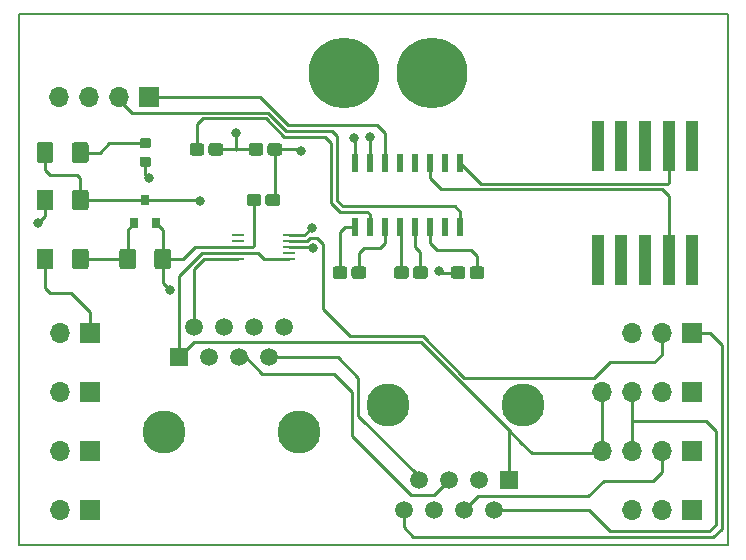
<source format=gbr>
G04 #@! TF.GenerationSoftware,KiCad,Pcbnew,(5.0.0)*
G04 #@! TF.CreationDate,2019-04-11T14:41:24-07:00*
G04 #@! TF.ProjectId,USP-Board,5553502D426F6172642E6B696361645F,rev?*
G04 #@! TF.SameCoordinates,Original*
G04 #@! TF.FileFunction,Copper,L1,Top,Signal*
G04 #@! TF.FilePolarity,Positive*
%FSLAX46Y46*%
G04 Gerber Fmt 4.6, Leading zero omitted, Abs format (unit mm)*
G04 Created by KiCad (PCBNEW (5.0.0)) date 04/11/19 14:41:24*
%MOMM*%
%LPD*%
G01*
G04 APERTURE LIST*
G04 #@! TA.AperFunction,NonConductor*
%ADD10C,0.200000*%
G04 #@! TD*
G04 #@! TA.AperFunction,WasherPad*
%ADD11C,3.650000*%
G04 #@! TD*
G04 #@! TA.AperFunction,ComponentPad*
%ADD12R,1.500000X1.500000*%
G04 #@! TD*
G04 #@! TA.AperFunction,ComponentPad*
%ADD13C,1.500000*%
G04 #@! TD*
G04 #@! TA.AperFunction,Conductor*
%ADD14C,0.150000*%
G04 #@! TD*
G04 #@! TA.AperFunction,SMDPad,CuDef*
%ADD15C,1.050000*%
G04 #@! TD*
G04 #@! TA.AperFunction,SMDPad,CuDef*
%ADD16C,0.875000*%
G04 #@! TD*
G04 #@! TA.AperFunction,ComponentPad*
%ADD17O,1.700000X1.700000*%
G04 #@! TD*
G04 #@! TA.AperFunction,ComponentPad*
%ADD18R,1.700000X1.700000*%
G04 #@! TD*
G04 #@! TA.AperFunction,SMDPad,CuDef*
%ADD19R,1.100000X4.200000*%
G04 #@! TD*
G04 #@! TA.AperFunction,SMDPad,CuDef*
%ADD20R,0.800000X0.900000*%
G04 #@! TD*
G04 #@! TA.AperFunction,SMDPad,CuDef*
%ADD21C,1.425000*%
G04 #@! TD*
G04 #@! TA.AperFunction,SMDPad,CuDef*
%ADD22R,1.100000X0.250000*%
G04 #@! TD*
G04 #@! TA.AperFunction,SMDPad,CuDef*
%ADD23R,0.600000X1.500000*%
G04 #@! TD*
G04 #@! TA.AperFunction,ComponentPad*
%ADD24C,6.000000*%
G04 #@! TD*
G04 #@! TA.AperFunction,ViaPad*
%ADD25C,0.800000*%
G04 #@! TD*
G04 #@! TA.AperFunction,Conductor*
%ADD26C,0.250000*%
G04 #@! TD*
G04 APERTURE END LIST*
D10*
X130000000Y-135000000D02*
X130000000Y-90000000D01*
X190000000Y-135000000D02*
X130000000Y-135000000D01*
X190000000Y-90000000D02*
X190000000Y-135000000D01*
X130000000Y-90000000D02*
X190000000Y-90000000D01*
D11*
G04 #@! TO.P,J10,*
G04 #@! TO.N,*
X153715000Y-125435001D03*
X142285000Y-125435001D03*
D12*
G04 #@! TO.P,J10,1*
G04 #@! TO.N,I2C_SDA*
X143550000Y-119085001D03*
D13*
G04 #@! TO.P,J10,2*
G04 #@! TO.N,I2C_SCL*
X144820000Y-116545001D03*
G04 #@! TO.P,J10,3*
G04 #@! TO.N,GND*
X146090000Y-119085001D03*
G04 #@! TO.P,J10,4*
G04 #@! TO.N,+3V3*
X147360000Y-116545001D03*
G04 #@! TO.P,J10,5*
G04 #@! TO.N,EXT_Temp_0*
X148630000Y-119085001D03*
G04 #@! TO.P,J10,6*
G04 #@! TO.N,EXT_Temp_1*
X149900000Y-116545001D03*
G04 #@! TO.P,J10,7*
G04 #@! TO.N,EXT_PWM_LED*
X151170000Y-119085001D03*
G04 #@! TO.P,J10,8*
G04 #@! TO.N,+5V*
X152440000Y-116545001D03*
G04 #@! TD*
G04 #@! TO.P,J11,8*
G04 #@! TO.N,+5V*
X162560000Y-132035001D03*
G04 #@! TO.P,J11,7*
G04 #@! TO.N,EXT_PWM_LED*
X163830000Y-129495001D03*
G04 #@! TO.P,J11,6*
G04 #@! TO.N,EXT_Temp_1*
X165100000Y-132035001D03*
G04 #@! TO.P,J11,5*
G04 #@! TO.N,EXT_Temp_0*
X166370000Y-129495001D03*
G04 #@! TO.P,J11,4*
G04 #@! TO.N,+3V3*
X167640000Y-132035001D03*
G04 #@! TO.P,J11,3*
G04 #@! TO.N,GND*
X168910000Y-129495001D03*
G04 #@! TO.P,J11,2*
G04 #@! TO.N,I2C_SCL*
X170180000Y-132035001D03*
D12*
G04 #@! TO.P,J11,1*
G04 #@! TO.N,I2C_SDA*
X171450000Y-129495001D03*
D11*
G04 #@! TO.P,J11,*
G04 #@! TO.N,*
X172715000Y-123145001D03*
X161285000Y-123145001D03*
G04 #@! TD*
D14*
G04 #@! TO.N,+5V*
G04 #@! TO.C,C1*
G36*
X150294148Y-105212963D02*
X150318416Y-105216563D01*
X150342215Y-105222524D01*
X150365314Y-105230789D01*
X150387493Y-105241279D01*
X150408536Y-105253891D01*
X150428242Y-105268506D01*
X150446420Y-105284982D01*
X150462896Y-105303160D01*
X150477511Y-105322866D01*
X150490123Y-105343909D01*
X150500613Y-105366088D01*
X150508878Y-105389187D01*
X150514839Y-105412986D01*
X150518439Y-105437254D01*
X150519643Y-105461758D01*
X150519643Y-106011760D01*
X150518439Y-106036264D01*
X150514839Y-106060532D01*
X150508878Y-106084331D01*
X150500613Y-106107430D01*
X150490123Y-106129609D01*
X150477511Y-106150652D01*
X150462896Y-106170358D01*
X150446420Y-106188536D01*
X150428242Y-106205012D01*
X150408536Y-106219627D01*
X150387493Y-106232239D01*
X150365314Y-106242729D01*
X150342215Y-106250994D01*
X150318416Y-106256955D01*
X150294148Y-106260555D01*
X150269644Y-106261759D01*
X149519642Y-106261759D01*
X149495138Y-106260555D01*
X149470870Y-106256955D01*
X149447071Y-106250994D01*
X149423972Y-106242729D01*
X149401793Y-106232239D01*
X149380750Y-106219627D01*
X149361044Y-106205012D01*
X149342866Y-106188536D01*
X149326390Y-106170358D01*
X149311775Y-106150652D01*
X149299163Y-106129609D01*
X149288673Y-106107430D01*
X149280408Y-106084331D01*
X149274447Y-106060532D01*
X149270847Y-106036264D01*
X149269643Y-106011760D01*
X149269643Y-105461758D01*
X149270847Y-105437254D01*
X149274447Y-105412986D01*
X149280408Y-105389187D01*
X149288673Y-105366088D01*
X149299163Y-105343909D01*
X149311775Y-105322866D01*
X149326390Y-105303160D01*
X149342866Y-105284982D01*
X149361044Y-105268506D01*
X149380750Y-105253891D01*
X149401793Y-105241279D01*
X149423972Y-105230789D01*
X149447071Y-105222524D01*
X149470870Y-105216563D01*
X149495138Y-105212963D01*
X149519642Y-105211759D01*
X150269644Y-105211759D01*
X150294148Y-105212963D01*
X150294148Y-105212963D01*
G37*
D15*
G04 #@! TD*
G04 #@! TO.P,C1,2*
G04 #@! TO.N,+5V*
X149894643Y-105736759D03*
D14*
G04 #@! TO.N,GND*
G04 #@! TO.C,C1*
G36*
X151894148Y-105212963D02*
X151918416Y-105216563D01*
X151942215Y-105222524D01*
X151965314Y-105230789D01*
X151987493Y-105241279D01*
X152008536Y-105253891D01*
X152028242Y-105268506D01*
X152046420Y-105284982D01*
X152062896Y-105303160D01*
X152077511Y-105322866D01*
X152090123Y-105343909D01*
X152100613Y-105366088D01*
X152108878Y-105389187D01*
X152114839Y-105412986D01*
X152118439Y-105437254D01*
X152119643Y-105461758D01*
X152119643Y-106011760D01*
X152118439Y-106036264D01*
X152114839Y-106060532D01*
X152108878Y-106084331D01*
X152100613Y-106107430D01*
X152090123Y-106129609D01*
X152077511Y-106150652D01*
X152062896Y-106170358D01*
X152046420Y-106188536D01*
X152028242Y-106205012D01*
X152008536Y-106219627D01*
X151987493Y-106232239D01*
X151965314Y-106242729D01*
X151942215Y-106250994D01*
X151918416Y-106256955D01*
X151894148Y-106260555D01*
X151869644Y-106261759D01*
X151119642Y-106261759D01*
X151095138Y-106260555D01*
X151070870Y-106256955D01*
X151047071Y-106250994D01*
X151023972Y-106242729D01*
X151001793Y-106232239D01*
X150980750Y-106219627D01*
X150961044Y-106205012D01*
X150942866Y-106188536D01*
X150926390Y-106170358D01*
X150911775Y-106150652D01*
X150899163Y-106129609D01*
X150888673Y-106107430D01*
X150880408Y-106084331D01*
X150874447Y-106060532D01*
X150870847Y-106036264D01*
X150869643Y-106011760D01*
X150869643Y-105461758D01*
X150870847Y-105437254D01*
X150874447Y-105412986D01*
X150880408Y-105389187D01*
X150888673Y-105366088D01*
X150899163Y-105343909D01*
X150911775Y-105322866D01*
X150926390Y-105303160D01*
X150942866Y-105284982D01*
X150961044Y-105268506D01*
X150980750Y-105253891D01*
X151001793Y-105241279D01*
X151023972Y-105230789D01*
X151047071Y-105222524D01*
X151070870Y-105216563D01*
X151095138Y-105212963D01*
X151119642Y-105211759D01*
X151869644Y-105211759D01*
X151894148Y-105212963D01*
X151894148Y-105212963D01*
G37*
D15*
G04 #@! TD*
G04 #@! TO.P,C1,1*
G04 #@! TO.N,GND*
X151494643Y-105736759D03*
D14*
G04 #@! TO.N,Net-(C2-Pad1)*
G04 #@! TO.C,C2*
G36*
X157576951Y-111367202D02*
X157601219Y-111370802D01*
X157625018Y-111376763D01*
X157648117Y-111385028D01*
X157670296Y-111395518D01*
X157691339Y-111408130D01*
X157711045Y-111422745D01*
X157729223Y-111439221D01*
X157745699Y-111457399D01*
X157760314Y-111477105D01*
X157772926Y-111498148D01*
X157783416Y-111520327D01*
X157791681Y-111543426D01*
X157797642Y-111567225D01*
X157801242Y-111591493D01*
X157802446Y-111615997D01*
X157802446Y-112165999D01*
X157801242Y-112190503D01*
X157797642Y-112214771D01*
X157791681Y-112238570D01*
X157783416Y-112261669D01*
X157772926Y-112283848D01*
X157760314Y-112304891D01*
X157745699Y-112324597D01*
X157729223Y-112342775D01*
X157711045Y-112359251D01*
X157691339Y-112373866D01*
X157670296Y-112386478D01*
X157648117Y-112396968D01*
X157625018Y-112405233D01*
X157601219Y-112411194D01*
X157576951Y-112414794D01*
X157552447Y-112415998D01*
X156802445Y-112415998D01*
X156777941Y-112414794D01*
X156753673Y-112411194D01*
X156729874Y-112405233D01*
X156706775Y-112396968D01*
X156684596Y-112386478D01*
X156663553Y-112373866D01*
X156643847Y-112359251D01*
X156625669Y-112342775D01*
X156609193Y-112324597D01*
X156594578Y-112304891D01*
X156581966Y-112283848D01*
X156571476Y-112261669D01*
X156563211Y-112238570D01*
X156557250Y-112214771D01*
X156553650Y-112190503D01*
X156552446Y-112165999D01*
X156552446Y-111615997D01*
X156553650Y-111591493D01*
X156557250Y-111567225D01*
X156563211Y-111543426D01*
X156571476Y-111520327D01*
X156581966Y-111498148D01*
X156594578Y-111477105D01*
X156609193Y-111457399D01*
X156625669Y-111439221D01*
X156643847Y-111422745D01*
X156663553Y-111408130D01*
X156684596Y-111395518D01*
X156706775Y-111385028D01*
X156729874Y-111376763D01*
X156753673Y-111370802D01*
X156777941Y-111367202D01*
X156802445Y-111365998D01*
X157552447Y-111365998D01*
X157576951Y-111367202D01*
X157576951Y-111367202D01*
G37*
D15*
G04 #@! TD*
G04 #@! TO.P,C2,1*
G04 #@! TO.N,Net-(C2-Pad1)*
X157177446Y-111890998D03*
D14*
G04 #@! TO.N,Net-(C2-Pad2)*
G04 #@! TO.C,C2*
G36*
X159176951Y-111367202D02*
X159201219Y-111370802D01*
X159225018Y-111376763D01*
X159248117Y-111385028D01*
X159270296Y-111395518D01*
X159291339Y-111408130D01*
X159311045Y-111422745D01*
X159329223Y-111439221D01*
X159345699Y-111457399D01*
X159360314Y-111477105D01*
X159372926Y-111498148D01*
X159383416Y-111520327D01*
X159391681Y-111543426D01*
X159397642Y-111567225D01*
X159401242Y-111591493D01*
X159402446Y-111615997D01*
X159402446Y-112165999D01*
X159401242Y-112190503D01*
X159397642Y-112214771D01*
X159391681Y-112238570D01*
X159383416Y-112261669D01*
X159372926Y-112283848D01*
X159360314Y-112304891D01*
X159345699Y-112324597D01*
X159329223Y-112342775D01*
X159311045Y-112359251D01*
X159291339Y-112373866D01*
X159270296Y-112386478D01*
X159248117Y-112396968D01*
X159225018Y-112405233D01*
X159201219Y-112411194D01*
X159176951Y-112414794D01*
X159152447Y-112415998D01*
X158402445Y-112415998D01*
X158377941Y-112414794D01*
X158353673Y-112411194D01*
X158329874Y-112405233D01*
X158306775Y-112396968D01*
X158284596Y-112386478D01*
X158263553Y-112373866D01*
X158243847Y-112359251D01*
X158225669Y-112342775D01*
X158209193Y-112324597D01*
X158194578Y-112304891D01*
X158181966Y-112283848D01*
X158171476Y-112261669D01*
X158163211Y-112238570D01*
X158157250Y-112214771D01*
X158153650Y-112190503D01*
X158152446Y-112165999D01*
X158152446Y-111615997D01*
X158153650Y-111591493D01*
X158157250Y-111567225D01*
X158163211Y-111543426D01*
X158171476Y-111520327D01*
X158181966Y-111498148D01*
X158194578Y-111477105D01*
X158209193Y-111457399D01*
X158225669Y-111439221D01*
X158243847Y-111422745D01*
X158263553Y-111408130D01*
X158284596Y-111395518D01*
X158306775Y-111385028D01*
X158329874Y-111376763D01*
X158353673Y-111370802D01*
X158377941Y-111367202D01*
X158402445Y-111365998D01*
X159152447Y-111365998D01*
X159176951Y-111367202D01*
X159176951Y-111367202D01*
G37*
D15*
G04 #@! TD*
G04 #@! TO.P,C2,2*
G04 #@! TO.N,Net-(C2-Pad2)*
X158777446Y-111890998D03*
D14*
G04 #@! TO.N,Net-(C3-Pad1)*
G04 #@! TO.C,C3*
G36*
X150465343Y-100942267D02*
X150489611Y-100945867D01*
X150513410Y-100951828D01*
X150536509Y-100960093D01*
X150558688Y-100970583D01*
X150579731Y-100983195D01*
X150599437Y-100997810D01*
X150617615Y-101014286D01*
X150634091Y-101032464D01*
X150648706Y-101052170D01*
X150661318Y-101073213D01*
X150671808Y-101095392D01*
X150680073Y-101118491D01*
X150686034Y-101142290D01*
X150689634Y-101166558D01*
X150690838Y-101191062D01*
X150690838Y-101741064D01*
X150689634Y-101765568D01*
X150686034Y-101789836D01*
X150680073Y-101813635D01*
X150671808Y-101836734D01*
X150661318Y-101858913D01*
X150648706Y-101879956D01*
X150634091Y-101899662D01*
X150617615Y-101917840D01*
X150599437Y-101934316D01*
X150579731Y-101948931D01*
X150558688Y-101961543D01*
X150536509Y-101972033D01*
X150513410Y-101980298D01*
X150489611Y-101986259D01*
X150465343Y-101989859D01*
X150440839Y-101991063D01*
X149690837Y-101991063D01*
X149666333Y-101989859D01*
X149642065Y-101986259D01*
X149618266Y-101980298D01*
X149595167Y-101972033D01*
X149572988Y-101961543D01*
X149551945Y-101948931D01*
X149532239Y-101934316D01*
X149514061Y-101917840D01*
X149497585Y-101899662D01*
X149482970Y-101879956D01*
X149470358Y-101858913D01*
X149459868Y-101836734D01*
X149451603Y-101813635D01*
X149445642Y-101789836D01*
X149442042Y-101765568D01*
X149440838Y-101741064D01*
X149440838Y-101191062D01*
X149442042Y-101166558D01*
X149445642Y-101142290D01*
X149451603Y-101118491D01*
X149459868Y-101095392D01*
X149470358Y-101073213D01*
X149482970Y-101052170D01*
X149497585Y-101032464D01*
X149514061Y-101014286D01*
X149532239Y-100997810D01*
X149551945Y-100983195D01*
X149572988Y-100970583D01*
X149595167Y-100960093D01*
X149618266Y-100951828D01*
X149642065Y-100945867D01*
X149666333Y-100942267D01*
X149690837Y-100941063D01*
X150440839Y-100941063D01*
X150465343Y-100942267D01*
X150465343Y-100942267D01*
G37*
D15*
G04 #@! TD*
G04 #@! TO.P,C3,1*
G04 #@! TO.N,Net-(C3-Pad1)*
X150065838Y-101466063D03*
D14*
G04 #@! TO.N,GND*
G04 #@! TO.C,C3*
G36*
X152065343Y-100942267D02*
X152089611Y-100945867D01*
X152113410Y-100951828D01*
X152136509Y-100960093D01*
X152158688Y-100970583D01*
X152179731Y-100983195D01*
X152199437Y-100997810D01*
X152217615Y-101014286D01*
X152234091Y-101032464D01*
X152248706Y-101052170D01*
X152261318Y-101073213D01*
X152271808Y-101095392D01*
X152280073Y-101118491D01*
X152286034Y-101142290D01*
X152289634Y-101166558D01*
X152290838Y-101191062D01*
X152290838Y-101741064D01*
X152289634Y-101765568D01*
X152286034Y-101789836D01*
X152280073Y-101813635D01*
X152271808Y-101836734D01*
X152261318Y-101858913D01*
X152248706Y-101879956D01*
X152234091Y-101899662D01*
X152217615Y-101917840D01*
X152199437Y-101934316D01*
X152179731Y-101948931D01*
X152158688Y-101961543D01*
X152136509Y-101972033D01*
X152113410Y-101980298D01*
X152089611Y-101986259D01*
X152065343Y-101989859D01*
X152040839Y-101991063D01*
X151290837Y-101991063D01*
X151266333Y-101989859D01*
X151242065Y-101986259D01*
X151218266Y-101980298D01*
X151195167Y-101972033D01*
X151172988Y-101961543D01*
X151151945Y-101948931D01*
X151132239Y-101934316D01*
X151114061Y-101917840D01*
X151097585Y-101899662D01*
X151082970Y-101879956D01*
X151070358Y-101858913D01*
X151059868Y-101836734D01*
X151051603Y-101813635D01*
X151045642Y-101789836D01*
X151042042Y-101765568D01*
X151040838Y-101741064D01*
X151040838Y-101191062D01*
X151042042Y-101166558D01*
X151045642Y-101142290D01*
X151051603Y-101118491D01*
X151059868Y-101095392D01*
X151070358Y-101073213D01*
X151082970Y-101052170D01*
X151097585Y-101032464D01*
X151114061Y-101014286D01*
X151132239Y-100997810D01*
X151151945Y-100983195D01*
X151172988Y-100970583D01*
X151195167Y-100960093D01*
X151218266Y-100951828D01*
X151242065Y-100945867D01*
X151266333Y-100942267D01*
X151290837Y-100941063D01*
X152040839Y-100941063D01*
X152065343Y-100942267D01*
X152065343Y-100942267D01*
G37*
D15*
G04 #@! TD*
G04 #@! TO.P,C3,2*
G04 #@! TO.N,GND*
X151665838Y-101466063D03*
D14*
G04 #@! TO.N,Net-(C3-Pad1)*
G04 #@! TO.C,C4*
G36*
X147065343Y-100942267D02*
X147089611Y-100945867D01*
X147113410Y-100951828D01*
X147136509Y-100960093D01*
X147158688Y-100970583D01*
X147179731Y-100983195D01*
X147199437Y-100997810D01*
X147217615Y-101014286D01*
X147234091Y-101032464D01*
X147248706Y-101052170D01*
X147261318Y-101073213D01*
X147271808Y-101095392D01*
X147280073Y-101118491D01*
X147286034Y-101142290D01*
X147289634Y-101166558D01*
X147290838Y-101191062D01*
X147290838Y-101741064D01*
X147289634Y-101765568D01*
X147286034Y-101789836D01*
X147280073Y-101813635D01*
X147271808Y-101836734D01*
X147261318Y-101858913D01*
X147248706Y-101879956D01*
X147234091Y-101899662D01*
X147217615Y-101917840D01*
X147199437Y-101934316D01*
X147179731Y-101948931D01*
X147158688Y-101961543D01*
X147136509Y-101972033D01*
X147113410Y-101980298D01*
X147089611Y-101986259D01*
X147065343Y-101989859D01*
X147040839Y-101991063D01*
X146290837Y-101991063D01*
X146266333Y-101989859D01*
X146242065Y-101986259D01*
X146218266Y-101980298D01*
X146195167Y-101972033D01*
X146172988Y-101961543D01*
X146151945Y-101948931D01*
X146132239Y-101934316D01*
X146114061Y-101917840D01*
X146097585Y-101899662D01*
X146082970Y-101879956D01*
X146070358Y-101858913D01*
X146059868Y-101836734D01*
X146051603Y-101813635D01*
X146045642Y-101789836D01*
X146042042Y-101765568D01*
X146040838Y-101741064D01*
X146040838Y-101191062D01*
X146042042Y-101166558D01*
X146045642Y-101142290D01*
X146051603Y-101118491D01*
X146059868Y-101095392D01*
X146070358Y-101073213D01*
X146082970Y-101052170D01*
X146097585Y-101032464D01*
X146114061Y-101014286D01*
X146132239Y-100997810D01*
X146151945Y-100983195D01*
X146172988Y-100970583D01*
X146195167Y-100960093D01*
X146218266Y-100951828D01*
X146242065Y-100945867D01*
X146266333Y-100942267D01*
X146290837Y-100941063D01*
X147040839Y-100941063D01*
X147065343Y-100942267D01*
X147065343Y-100942267D01*
G37*
D15*
G04 #@! TD*
G04 #@! TO.P,C4,2*
G04 #@! TO.N,Net-(C3-Pad1)*
X146665838Y-101466063D03*
D14*
G04 #@! TO.N,Net-(C4-Pad1)*
G04 #@! TO.C,C4*
G36*
X145465343Y-100942267D02*
X145489611Y-100945867D01*
X145513410Y-100951828D01*
X145536509Y-100960093D01*
X145558688Y-100970583D01*
X145579731Y-100983195D01*
X145599437Y-100997810D01*
X145617615Y-101014286D01*
X145634091Y-101032464D01*
X145648706Y-101052170D01*
X145661318Y-101073213D01*
X145671808Y-101095392D01*
X145680073Y-101118491D01*
X145686034Y-101142290D01*
X145689634Y-101166558D01*
X145690838Y-101191062D01*
X145690838Y-101741064D01*
X145689634Y-101765568D01*
X145686034Y-101789836D01*
X145680073Y-101813635D01*
X145671808Y-101836734D01*
X145661318Y-101858913D01*
X145648706Y-101879956D01*
X145634091Y-101899662D01*
X145617615Y-101917840D01*
X145599437Y-101934316D01*
X145579731Y-101948931D01*
X145558688Y-101961543D01*
X145536509Y-101972033D01*
X145513410Y-101980298D01*
X145489611Y-101986259D01*
X145465343Y-101989859D01*
X145440839Y-101991063D01*
X144690837Y-101991063D01*
X144666333Y-101989859D01*
X144642065Y-101986259D01*
X144618266Y-101980298D01*
X144595167Y-101972033D01*
X144572988Y-101961543D01*
X144551945Y-101948931D01*
X144532239Y-101934316D01*
X144514061Y-101917840D01*
X144497585Y-101899662D01*
X144482970Y-101879956D01*
X144470358Y-101858913D01*
X144459868Y-101836734D01*
X144451603Y-101813635D01*
X144445642Y-101789836D01*
X144442042Y-101765568D01*
X144440838Y-101741064D01*
X144440838Y-101191062D01*
X144442042Y-101166558D01*
X144445642Y-101142290D01*
X144451603Y-101118491D01*
X144459868Y-101095392D01*
X144470358Y-101073213D01*
X144482970Y-101052170D01*
X144497585Y-101032464D01*
X144514061Y-101014286D01*
X144532239Y-100997810D01*
X144551945Y-100983195D01*
X144572988Y-100970583D01*
X144595167Y-100960093D01*
X144618266Y-100951828D01*
X144642065Y-100945867D01*
X144666333Y-100942267D01*
X144690837Y-100941063D01*
X145440839Y-100941063D01*
X145465343Y-100942267D01*
X145465343Y-100942267D01*
G37*
D15*
G04 #@! TD*
G04 #@! TO.P,C4,1*
G04 #@! TO.N,Net-(C4-Pad1)*
X145065838Y-101466063D03*
D14*
G04 #@! TO.N,Net-(C5-Pad1)*
G04 #@! TO.C,C5*
G36*
X162776951Y-111367202D02*
X162801219Y-111370802D01*
X162825018Y-111376763D01*
X162848117Y-111385028D01*
X162870296Y-111395518D01*
X162891339Y-111408130D01*
X162911045Y-111422745D01*
X162929223Y-111439221D01*
X162945699Y-111457399D01*
X162960314Y-111477105D01*
X162972926Y-111498148D01*
X162983416Y-111520327D01*
X162991681Y-111543426D01*
X162997642Y-111567225D01*
X163001242Y-111591493D01*
X163002446Y-111615997D01*
X163002446Y-112165999D01*
X163001242Y-112190503D01*
X162997642Y-112214771D01*
X162991681Y-112238570D01*
X162983416Y-112261669D01*
X162972926Y-112283848D01*
X162960314Y-112304891D01*
X162945699Y-112324597D01*
X162929223Y-112342775D01*
X162911045Y-112359251D01*
X162891339Y-112373866D01*
X162870296Y-112386478D01*
X162848117Y-112396968D01*
X162825018Y-112405233D01*
X162801219Y-112411194D01*
X162776951Y-112414794D01*
X162752447Y-112415998D01*
X162002445Y-112415998D01*
X161977941Y-112414794D01*
X161953673Y-112411194D01*
X161929874Y-112405233D01*
X161906775Y-112396968D01*
X161884596Y-112386478D01*
X161863553Y-112373866D01*
X161843847Y-112359251D01*
X161825669Y-112342775D01*
X161809193Y-112324597D01*
X161794578Y-112304891D01*
X161781966Y-112283848D01*
X161771476Y-112261669D01*
X161763211Y-112238570D01*
X161757250Y-112214771D01*
X161753650Y-112190503D01*
X161752446Y-112165999D01*
X161752446Y-111615997D01*
X161753650Y-111591493D01*
X161757250Y-111567225D01*
X161763211Y-111543426D01*
X161771476Y-111520327D01*
X161781966Y-111498148D01*
X161794578Y-111477105D01*
X161809193Y-111457399D01*
X161825669Y-111439221D01*
X161843847Y-111422745D01*
X161863553Y-111408130D01*
X161884596Y-111395518D01*
X161906775Y-111385028D01*
X161929874Y-111376763D01*
X161953673Y-111370802D01*
X161977941Y-111367202D01*
X162002445Y-111365998D01*
X162752447Y-111365998D01*
X162776951Y-111367202D01*
X162776951Y-111367202D01*
G37*
D15*
G04 #@! TD*
G04 #@! TO.P,C5,1*
G04 #@! TO.N,Net-(C5-Pad1)*
X162377446Y-111890998D03*
D14*
G04 #@! TO.N,Net-(C5-Pad2)*
G04 #@! TO.C,C5*
G36*
X164376951Y-111367202D02*
X164401219Y-111370802D01*
X164425018Y-111376763D01*
X164448117Y-111385028D01*
X164470296Y-111395518D01*
X164491339Y-111408130D01*
X164511045Y-111422745D01*
X164529223Y-111439221D01*
X164545699Y-111457399D01*
X164560314Y-111477105D01*
X164572926Y-111498148D01*
X164583416Y-111520327D01*
X164591681Y-111543426D01*
X164597642Y-111567225D01*
X164601242Y-111591493D01*
X164602446Y-111615997D01*
X164602446Y-112165999D01*
X164601242Y-112190503D01*
X164597642Y-112214771D01*
X164591681Y-112238570D01*
X164583416Y-112261669D01*
X164572926Y-112283848D01*
X164560314Y-112304891D01*
X164545699Y-112324597D01*
X164529223Y-112342775D01*
X164511045Y-112359251D01*
X164491339Y-112373866D01*
X164470296Y-112386478D01*
X164448117Y-112396968D01*
X164425018Y-112405233D01*
X164401219Y-112411194D01*
X164376951Y-112414794D01*
X164352447Y-112415998D01*
X163602445Y-112415998D01*
X163577941Y-112414794D01*
X163553673Y-112411194D01*
X163529874Y-112405233D01*
X163506775Y-112396968D01*
X163484596Y-112386478D01*
X163463553Y-112373866D01*
X163443847Y-112359251D01*
X163425669Y-112342775D01*
X163409193Y-112324597D01*
X163394578Y-112304891D01*
X163381966Y-112283848D01*
X163371476Y-112261669D01*
X163363211Y-112238570D01*
X163357250Y-112214771D01*
X163353650Y-112190503D01*
X163352446Y-112165999D01*
X163352446Y-111615997D01*
X163353650Y-111591493D01*
X163357250Y-111567225D01*
X163363211Y-111543426D01*
X163371476Y-111520327D01*
X163381966Y-111498148D01*
X163394578Y-111477105D01*
X163409193Y-111457399D01*
X163425669Y-111439221D01*
X163443847Y-111422745D01*
X163463553Y-111408130D01*
X163484596Y-111395518D01*
X163506775Y-111385028D01*
X163529874Y-111376763D01*
X163553673Y-111370802D01*
X163577941Y-111367202D01*
X163602445Y-111365998D01*
X164352447Y-111365998D01*
X164376951Y-111367202D01*
X164376951Y-111367202D01*
G37*
D15*
G04 #@! TD*
G04 #@! TO.P,C5,2*
G04 #@! TO.N,Net-(C5-Pad2)*
X163977446Y-111890998D03*
D14*
G04 #@! TO.N,Net-(C6-Pad2)*
G04 #@! TO.C,C6*
G36*
X169176951Y-111367202D02*
X169201219Y-111370802D01*
X169225018Y-111376763D01*
X169248117Y-111385028D01*
X169270296Y-111395518D01*
X169291339Y-111408130D01*
X169311045Y-111422745D01*
X169329223Y-111439221D01*
X169345699Y-111457399D01*
X169360314Y-111477105D01*
X169372926Y-111498148D01*
X169383416Y-111520327D01*
X169391681Y-111543426D01*
X169397642Y-111567225D01*
X169401242Y-111591493D01*
X169402446Y-111615997D01*
X169402446Y-112165999D01*
X169401242Y-112190503D01*
X169397642Y-112214771D01*
X169391681Y-112238570D01*
X169383416Y-112261669D01*
X169372926Y-112283848D01*
X169360314Y-112304891D01*
X169345699Y-112324597D01*
X169329223Y-112342775D01*
X169311045Y-112359251D01*
X169291339Y-112373866D01*
X169270296Y-112386478D01*
X169248117Y-112396968D01*
X169225018Y-112405233D01*
X169201219Y-112411194D01*
X169176951Y-112414794D01*
X169152447Y-112415998D01*
X168402445Y-112415998D01*
X168377941Y-112414794D01*
X168353673Y-112411194D01*
X168329874Y-112405233D01*
X168306775Y-112396968D01*
X168284596Y-112386478D01*
X168263553Y-112373866D01*
X168243847Y-112359251D01*
X168225669Y-112342775D01*
X168209193Y-112324597D01*
X168194578Y-112304891D01*
X168181966Y-112283848D01*
X168171476Y-112261669D01*
X168163211Y-112238570D01*
X168157250Y-112214771D01*
X168153650Y-112190503D01*
X168152446Y-112165999D01*
X168152446Y-111615997D01*
X168153650Y-111591493D01*
X168157250Y-111567225D01*
X168163211Y-111543426D01*
X168171476Y-111520327D01*
X168181966Y-111498148D01*
X168194578Y-111477105D01*
X168209193Y-111457399D01*
X168225669Y-111439221D01*
X168243847Y-111422745D01*
X168263553Y-111408130D01*
X168284596Y-111395518D01*
X168306775Y-111385028D01*
X168329874Y-111376763D01*
X168353673Y-111370802D01*
X168377941Y-111367202D01*
X168402445Y-111365998D01*
X169152447Y-111365998D01*
X169176951Y-111367202D01*
X169176951Y-111367202D01*
G37*
D15*
G04 #@! TD*
G04 #@! TO.P,C6,2*
G04 #@! TO.N,Net-(C6-Pad2)*
X168777446Y-111890998D03*
D14*
G04 #@! TO.N,GND*
G04 #@! TO.C,C6*
G36*
X167576951Y-111367202D02*
X167601219Y-111370802D01*
X167625018Y-111376763D01*
X167648117Y-111385028D01*
X167670296Y-111395518D01*
X167691339Y-111408130D01*
X167711045Y-111422745D01*
X167729223Y-111439221D01*
X167745699Y-111457399D01*
X167760314Y-111477105D01*
X167772926Y-111498148D01*
X167783416Y-111520327D01*
X167791681Y-111543426D01*
X167797642Y-111567225D01*
X167801242Y-111591493D01*
X167802446Y-111615997D01*
X167802446Y-112165999D01*
X167801242Y-112190503D01*
X167797642Y-112214771D01*
X167791681Y-112238570D01*
X167783416Y-112261669D01*
X167772926Y-112283848D01*
X167760314Y-112304891D01*
X167745699Y-112324597D01*
X167729223Y-112342775D01*
X167711045Y-112359251D01*
X167691339Y-112373866D01*
X167670296Y-112386478D01*
X167648117Y-112396968D01*
X167625018Y-112405233D01*
X167601219Y-112411194D01*
X167576951Y-112414794D01*
X167552447Y-112415998D01*
X166802445Y-112415998D01*
X166777941Y-112414794D01*
X166753673Y-112411194D01*
X166729874Y-112405233D01*
X166706775Y-112396968D01*
X166684596Y-112386478D01*
X166663553Y-112373866D01*
X166643847Y-112359251D01*
X166625669Y-112342775D01*
X166609193Y-112324597D01*
X166594578Y-112304891D01*
X166581966Y-112283848D01*
X166571476Y-112261669D01*
X166563211Y-112238570D01*
X166557250Y-112214771D01*
X166553650Y-112190503D01*
X166552446Y-112165999D01*
X166552446Y-111615997D01*
X166553650Y-111591493D01*
X166557250Y-111567225D01*
X166563211Y-111543426D01*
X166571476Y-111520327D01*
X166581966Y-111498148D01*
X166594578Y-111477105D01*
X166609193Y-111457399D01*
X166625669Y-111439221D01*
X166643847Y-111422745D01*
X166663553Y-111408130D01*
X166684596Y-111395518D01*
X166706775Y-111385028D01*
X166729874Y-111376763D01*
X166753673Y-111370802D01*
X166777941Y-111367202D01*
X166802445Y-111365998D01*
X167552447Y-111365998D01*
X167576951Y-111367202D01*
X167576951Y-111367202D01*
G37*
D15*
G04 #@! TD*
G04 #@! TO.P,C6,1*
G04 #@! TO.N,GND*
X167177446Y-111890998D03*
D14*
G04 #@! TO.N,GND*
G04 #@! TO.C,D1*
G36*
X140972334Y-102087812D02*
X140993569Y-102090962D01*
X141014393Y-102096178D01*
X141034605Y-102103410D01*
X141054011Y-102112589D01*
X141072424Y-102123625D01*
X141089667Y-102136413D01*
X141105573Y-102150829D01*
X141119989Y-102166735D01*
X141132777Y-102183978D01*
X141143813Y-102202391D01*
X141152992Y-102221797D01*
X141160224Y-102242009D01*
X141165440Y-102262833D01*
X141168590Y-102284068D01*
X141169643Y-102305509D01*
X141169643Y-102743009D01*
X141168590Y-102764450D01*
X141165440Y-102785685D01*
X141160224Y-102806509D01*
X141152992Y-102826721D01*
X141143813Y-102846127D01*
X141132777Y-102864540D01*
X141119989Y-102881783D01*
X141105573Y-102897689D01*
X141089667Y-102912105D01*
X141072424Y-102924893D01*
X141054011Y-102935929D01*
X141034605Y-102945108D01*
X141014393Y-102952340D01*
X140993569Y-102957556D01*
X140972334Y-102960706D01*
X140950893Y-102961759D01*
X140438393Y-102961759D01*
X140416952Y-102960706D01*
X140395717Y-102957556D01*
X140374893Y-102952340D01*
X140354681Y-102945108D01*
X140335275Y-102935929D01*
X140316862Y-102924893D01*
X140299619Y-102912105D01*
X140283713Y-102897689D01*
X140269297Y-102881783D01*
X140256509Y-102864540D01*
X140245473Y-102846127D01*
X140236294Y-102826721D01*
X140229062Y-102806509D01*
X140223846Y-102785685D01*
X140220696Y-102764450D01*
X140219643Y-102743009D01*
X140219643Y-102305509D01*
X140220696Y-102284068D01*
X140223846Y-102262833D01*
X140229062Y-102242009D01*
X140236294Y-102221797D01*
X140245473Y-102202391D01*
X140256509Y-102183978D01*
X140269297Y-102166735D01*
X140283713Y-102150829D01*
X140299619Y-102136413D01*
X140316862Y-102123625D01*
X140335275Y-102112589D01*
X140354681Y-102103410D01*
X140374893Y-102096178D01*
X140395717Y-102090962D01*
X140416952Y-102087812D01*
X140438393Y-102086759D01*
X140950893Y-102086759D01*
X140972334Y-102087812D01*
X140972334Y-102087812D01*
G37*
D16*
G04 #@! TD*
G04 #@! TO.P,D1,1*
G04 #@! TO.N,GND*
X140694643Y-102524259D03*
D14*
G04 #@! TO.N,Net-(D1-Pad2)*
G04 #@! TO.C,D1*
G36*
X140972334Y-100512812D02*
X140993569Y-100515962D01*
X141014393Y-100521178D01*
X141034605Y-100528410D01*
X141054011Y-100537589D01*
X141072424Y-100548625D01*
X141089667Y-100561413D01*
X141105573Y-100575829D01*
X141119989Y-100591735D01*
X141132777Y-100608978D01*
X141143813Y-100627391D01*
X141152992Y-100646797D01*
X141160224Y-100667009D01*
X141165440Y-100687833D01*
X141168590Y-100709068D01*
X141169643Y-100730509D01*
X141169643Y-101168009D01*
X141168590Y-101189450D01*
X141165440Y-101210685D01*
X141160224Y-101231509D01*
X141152992Y-101251721D01*
X141143813Y-101271127D01*
X141132777Y-101289540D01*
X141119989Y-101306783D01*
X141105573Y-101322689D01*
X141089667Y-101337105D01*
X141072424Y-101349893D01*
X141054011Y-101360929D01*
X141034605Y-101370108D01*
X141014393Y-101377340D01*
X140993569Y-101382556D01*
X140972334Y-101385706D01*
X140950893Y-101386759D01*
X140438393Y-101386759D01*
X140416952Y-101385706D01*
X140395717Y-101382556D01*
X140374893Y-101377340D01*
X140354681Y-101370108D01*
X140335275Y-101360929D01*
X140316862Y-101349893D01*
X140299619Y-101337105D01*
X140283713Y-101322689D01*
X140269297Y-101306783D01*
X140256509Y-101289540D01*
X140245473Y-101271127D01*
X140236294Y-101251721D01*
X140229062Y-101231509D01*
X140223846Y-101210685D01*
X140220696Y-101189450D01*
X140219643Y-101168009D01*
X140219643Y-100730509D01*
X140220696Y-100709068D01*
X140223846Y-100687833D01*
X140229062Y-100667009D01*
X140236294Y-100646797D01*
X140245473Y-100627391D01*
X140256509Y-100608978D01*
X140269297Y-100591735D01*
X140283713Y-100575829D01*
X140299619Y-100561413D01*
X140316862Y-100548625D01*
X140335275Y-100537589D01*
X140354681Y-100528410D01*
X140374893Y-100521178D01*
X140395717Y-100515962D01*
X140416952Y-100512812D01*
X140438393Y-100511759D01*
X140950893Y-100511759D01*
X140972334Y-100512812D01*
X140972334Y-100512812D01*
G37*
D16*
G04 #@! TD*
G04 #@! TO.P,D1,2*
G04 #@! TO.N,Net-(D1-Pad2)*
X140694643Y-100949259D03*
D17*
G04 #@! TO.P,J1,2*
G04 #@! TO.N,GND*
X133460000Y-132000000D03*
D18*
G04 #@! TO.P,J1,1*
G04 #@! TO.N,Leak_Probe*
X136000000Y-132000000D03*
G04 #@! TD*
G04 #@! TO.P,J2,1*
G04 #@! TO.N,Leak_Probe*
X136000000Y-122000000D03*
D17*
G04 #@! TO.P,J2,2*
G04 #@! TO.N,GND*
X133460000Y-122000000D03*
G04 #@! TD*
G04 #@! TO.P,J3,2*
G04 #@! TO.N,GND*
X133460000Y-127000000D03*
D18*
G04 #@! TO.P,J3,1*
G04 #@! TO.N,Leak_Probe*
X136000000Y-127000000D03*
G04 #@! TD*
G04 #@! TO.P,J4,1*
G04 #@! TO.N,Leak_Probe*
X136000000Y-117000000D03*
D17*
G04 #@! TO.P,J4,2*
G04 #@! TO.N,GND*
X133460000Y-117000000D03*
G04 #@! TD*
D19*
G04 #@! TO.P,J5,1*
G04 #@! TO.N,Net-(J5-Pad1)*
X179000000Y-110850000D03*
G04 #@! TO.P,J5,2*
G04 #@! TO.N,Net-(J5-Pad2)*
X179000000Y-101150000D03*
G04 #@! TO.P,J5,3*
G04 #@! TO.N,Net-(J5-Pad3)*
X181000000Y-110850000D03*
G04 #@! TO.P,J5,4*
G04 #@! TO.N,Net-(J5-Pad4)*
X181000000Y-101150000D03*
G04 #@! TO.P,J5,5*
G04 #@! TO.N,Net-(J5-Pad5)*
X183000000Y-110850000D03*
G04 #@! TO.P,J5,6*
G04 #@! TO.N,Net-(J5-Pad6)*
X183000000Y-101150000D03*
G04 #@! TO.P,J5,7*
G04 #@! TO.N,Net-(J5-Pad7)*
X185000000Y-110850000D03*
G04 #@! TO.P,J5,8*
G04 #@! TO.N,Net-(J5-Pad8)*
X185000000Y-101150000D03*
G04 #@! TO.P,J5,9*
G04 #@! TO.N,Net-(J5-Pad9)*
X187000000Y-110850000D03*
G04 #@! TO.P,J5,10*
G04 #@! TO.N,Net-(J5-Pad10)*
X187000000Y-101150000D03*
G04 #@! TD*
D17*
G04 #@! TO.P,J6,3*
G04 #@! TO.N,Net-(J6-Pad3)*
X181920000Y-132000000D03*
G04 #@! TO.P,J6,2*
G04 #@! TO.N,Net-(J6-Pad2)*
X184460000Y-132000000D03*
D18*
G04 #@! TO.P,J6,1*
G04 #@! TO.N,EXT_PWM_LED*
X187000000Y-132000000D03*
G04 #@! TD*
D17*
G04 #@! TO.P,J7,4*
G04 #@! TO.N,I2C_SDA*
X179380000Y-122000000D03*
G04 #@! TO.P,J7,3*
G04 #@! TO.N,I2C_SCL*
X181920000Y-122000000D03*
G04 #@! TO.P,J7,2*
G04 #@! TO.N,GND*
X184460000Y-122000000D03*
D18*
G04 #@! TO.P,J7,1*
G04 #@! TO.N,+12V*
X187000000Y-122000000D03*
G04 #@! TD*
G04 #@! TO.P,J8,1*
G04 #@! TO.N,+5V*
X187000000Y-117000000D03*
D17*
G04 #@! TO.P,J8,2*
G04 #@! TO.N,ANLG_HAL_SENS*
X184460000Y-117000000D03*
G04 #@! TO.P,J8,3*
G04 #@! TO.N,GND*
X181920000Y-117000000D03*
G04 #@! TD*
D18*
G04 #@! TO.P,J9,1*
G04 #@! TO.N,GND*
X187000000Y-127000000D03*
D17*
G04 #@! TO.P,J9,2*
G04 #@! TO.N,+3V3*
X184460000Y-127000000D03*
G04 #@! TO.P,J9,3*
G04 #@! TO.N,I2C_SCL*
X181920000Y-127000000D03*
G04 #@! TO.P,J9,4*
G04 #@! TO.N,I2C_SDA*
X179380000Y-127000000D03*
G04 #@! TD*
D18*
G04 #@! TO.P,J12,1*
G04 #@! TO.N,Net-(J12-Pad1)*
X141000000Y-97000000D03*
D17*
G04 #@! TO.P,J12,2*
G04 #@! TO.N,Net-(J12-Pad2)*
X138460000Y-97000000D03*
G04 #@! TO.P,J12,3*
G04 #@! TO.N,+5V*
X135920000Y-97000000D03*
G04 #@! TO.P,J12,4*
G04 #@! TO.N,GND*
X133380000Y-97000000D03*
G04 #@! TD*
D20*
G04 #@! TO.P,Q1,1*
G04 #@! TO.N,Net-(Q1-Pad1)*
X139744643Y-107736759D03*
G04 #@! TO.P,Q1,2*
G04 #@! TO.N,+5V*
X141644643Y-107736759D03*
G04 #@! TO.P,Q1,3*
G04 #@! TO.N,Leak_Sig*
X140694643Y-105736759D03*
G04 #@! TD*
D14*
G04 #@! TO.N,Leak_Probe*
G04 #@! TO.C,R1*
G36*
X132694147Y-109862963D02*
X132718416Y-109866563D01*
X132742214Y-109872524D01*
X132765314Y-109880789D01*
X132787492Y-109891279D01*
X132808536Y-109903892D01*
X132828241Y-109918506D01*
X132846420Y-109934982D01*
X132862896Y-109953161D01*
X132877510Y-109972866D01*
X132890123Y-109993910D01*
X132900613Y-110016088D01*
X132908878Y-110039188D01*
X132914839Y-110062986D01*
X132918439Y-110087255D01*
X132919643Y-110111759D01*
X132919643Y-111361759D01*
X132918439Y-111386263D01*
X132914839Y-111410532D01*
X132908878Y-111434330D01*
X132900613Y-111457430D01*
X132890123Y-111479608D01*
X132877510Y-111500652D01*
X132862896Y-111520357D01*
X132846420Y-111538536D01*
X132828241Y-111555012D01*
X132808536Y-111569626D01*
X132787492Y-111582239D01*
X132765314Y-111592729D01*
X132742214Y-111600994D01*
X132718416Y-111606955D01*
X132694147Y-111610555D01*
X132669643Y-111611759D01*
X131744643Y-111611759D01*
X131720139Y-111610555D01*
X131695870Y-111606955D01*
X131672072Y-111600994D01*
X131648972Y-111592729D01*
X131626794Y-111582239D01*
X131605750Y-111569626D01*
X131586045Y-111555012D01*
X131567866Y-111538536D01*
X131551390Y-111520357D01*
X131536776Y-111500652D01*
X131524163Y-111479608D01*
X131513673Y-111457430D01*
X131505408Y-111434330D01*
X131499447Y-111410532D01*
X131495847Y-111386263D01*
X131494643Y-111361759D01*
X131494643Y-110111759D01*
X131495847Y-110087255D01*
X131499447Y-110062986D01*
X131505408Y-110039188D01*
X131513673Y-110016088D01*
X131524163Y-109993910D01*
X131536776Y-109972866D01*
X131551390Y-109953161D01*
X131567866Y-109934982D01*
X131586045Y-109918506D01*
X131605750Y-109903892D01*
X131626794Y-109891279D01*
X131648972Y-109880789D01*
X131672072Y-109872524D01*
X131695870Y-109866563D01*
X131720139Y-109862963D01*
X131744643Y-109861759D01*
X132669643Y-109861759D01*
X132694147Y-109862963D01*
X132694147Y-109862963D01*
G37*
D21*
G04 #@! TD*
G04 #@! TO.P,R1,2*
G04 #@! TO.N,Leak_Probe*
X132207143Y-110736759D03*
D14*
G04 #@! TO.N,Net-(Q1-Pad1)*
G04 #@! TO.C,R1*
G36*
X135669147Y-109862963D02*
X135693416Y-109866563D01*
X135717214Y-109872524D01*
X135740314Y-109880789D01*
X135762492Y-109891279D01*
X135783536Y-109903892D01*
X135803241Y-109918506D01*
X135821420Y-109934982D01*
X135837896Y-109953161D01*
X135852510Y-109972866D01*
X135865123Y-109993910D01*
X135875613Y-110016088D01*
X135883878Y-110039188D01*
X135889839Y-110062986D01*
X135893439Y-110087255D01*
X135894643Y-110111759D01*
X135894643Y-111361759D01*
X135893439Y-111386263D01*
X135889839Y-111410532D01*
X135883878Y-111434330D01*
X135875613Y-111457430D01*
X135865123Y-111479608D01*
X135852510Y-111500652D01*
X135837896Y-111520357D01*
X135821420Y-111538536D01*
X135803241Y-111555012D01*
X135783536Y-111569626D01*
X135762492Y-111582239D01*
X135740314Y-111592729D01*
X135717214Y-111600994D01*
X135693416Y-111606955D01*
X135669147Y-111610555D01*
X135644643Y-111611759D01*
X134719643Y-111611759D01*
X134695139Y-111610555D01*
X134670870Y-111606955D01*
X134647072Y-111600994D01*
X134623972Y-111592729D01*
X134601794Y-111582239D01*
X134580750Y-111569626D01*
X134561045Y-111555012D01*
X134542866Y-111538536D01*
X134526390Y-111520357D01*
X134511776Y-111500652D01*
X134499163Y-111479608D01*
X134488673Y-111457430D01*
X134480408Y-111434330D01*
X134474447Y-111410532D01*
X134470847Y-111386263D01*
X134469643Y-111361759D01*
X134469643Y-110111759D01*
X134470847Y-110087255D01*
X134474447Y-110062986D01*
X134480408Y-110039188D01*
X134488673Y-110016088D01*
X134499163Y-109993910D01*
X134511776Y-109972866D01*
X134526390Y-109953161D01*
X134542866Y-109934982D01*
X134561045Y-109918506D01*
X134580750Y-109903892D01*
X134601794Y-109891279D01*
X134623972Y-109880789D01*
X134647072Y-109872524D01*
X134670870Y-109866563D01*
X134695139Y-109862963D01*
X134719643Y-109861759D01*
X135644643Y-109861759D01*
X135669147Y-109862963D01*
X135669147Y-109862963D01*
G37*
D21*
G04 #@! TD*
G04 #@! TO.P,R1,1*
G04 #@! TO.N,Net-(Q1-Pad1)*
X135182143Y-110736759D03*
D14*
G04 #@! TO.N,Net-(Q1-Pad1)*
G04 #@! TO.C,R2*
G36*
X139694147Y-109862963D02*
X139718416Y-109866563D01*
X139742214Y-109872524D01*
X139765314Y-109880789D01*
X139787492Y-109891279D01*
X139808536Y-109903892D01*
X139828241Y-109918506D01*
X139846420Y-109934982D01*
X139862896Y-109953161D01*
X139877510Y-109972866D01*
X139890123Y-109993910D01*
X139900613Y-110016088D01*
X139908878Y-110039188D01*
X139914839Y-110062986D01*
X139918439Y-110087255D01*
X139919643Y-110111759D01*
X139919643Y-111361759D01*
X139918439Y-111386263D01*
X139914839Y-111410532D01*
X139908878Y-111434330D01*
X139900613Y-111457430D01*
X139890123Y-111479608D01*
X139877510Y-111500652D01*
X139862896Y-111520357D01*
X139846420Y-111538536D01*
X139828241Y-111555012D01*
X139808536Y-111569626D01*
X139787492Y-111582239D01*
X139765314Y-111592729D01*
X139742214Y-111600994D01*
X139718416Y-111606955D01*
X139694147Y-111610555D01*
X139669643Y-111611759D01*
X138744643Y-111611759D01*
X138720139Y-111610555D01*
X138695870Y-111606955D01*
X138672072Y-111600994D01*
X138648972Y-111592729D01*
X138626794Y-111582239D01*
X138605750Y-111569626D01*
X138586045Y-111555012D01*
X138567866Y-111538536D01*
X138551390Y-111520357D01*
X138536776Y-111500652D01*
X138524163Y-111479608D01*
X138513673Y-111457430D01*
X138505408Y-111434330D01*
X138499447Y-111410532D01*
X138495847Y-111386263D01*
X138494643Y-111361759D01*
X138494643Y-110111759D01*
X138495847Y-110087255D01*
X138499447Y-110062986D01*
X138505408Y-110039188D01*
X138513673Y-110016088D01*
X138524163Y-109993910D01*
X138536776Y-109972866D01*
X138551390Y-109953161D01*
X138567866Y-109934982D01*
X138586045Y-109918506D01*
X138605750Y-109903892D01*
X138626794Y-109891279D01*
X138648972Y-109880789D01*
X138672072Y-109872524D01*
X138695870Y-109866563D01*
X138720139Y-109862963D01*
X138744643Y-109861759D01*
X139669643Y-109861759D01*
X139694147Y-109862963D01*
X139694147Y-109862963D01*
G37*
D21*
G04 #@! TD*
G04 #@! TO.P,R2,1*
G04 #@! TO.N,Net-(Q1-Pad1)*
X139207143Y-110736759D03*
D14*
G04 #@! TO.N,+5V*
G04 #@! TO.C,R2*
G36*
X142669147Y-109862963D02*
X142693416Y-109866563D01*
X142717214Y-109872524D01*
X142740314Y-109880789D01*
X142762492Y-109891279D01*
X142783536Y-109903892D01*
X142803241Y-109918506D01*
X142821420Y-109934982D01*
X142837896Y-109953161D01*
X142852510Y-109972866D01*
X142865123Y-109993910D01*
X142875613Y-110016088D01*
X142883878Y-110039188D01*
X142889839Y-110062986D01*
X142893439Y-110087255D01*
X142894643Y-110111759D01*
X142894643Y-111361759D01*
X142893439Y-111386263D01*
X142889839Y-111410532D01*
X142883878Y-111434330D01*
X142875613Y-111457430D01*
X142865123Y-111479608D01*
X142852510Y-111500652D01*
X142837896Y-111520357D01*
X142821420Y-111538536D01*
X142803241Y-111555012D01*
X142783536Y-111569626D01*
X142762492Y-111582239D01*
X142740314Y-111592729D01*
X142717214Y-111600994D01*
X142693416Y-111606955D01*
X142669147Y-111610555D01*
X142644643Y-111611759D01*
X141719643Y-111611759D01*
X141695139Y-111610555D01*
X141670870Y-111606955D01*
X141647072Y-111600994D01*
X141623972Y-111592729D01*
X141601794Y-111582239D01*
X141580750Y-111569626D01*
X141561045Y-111555012D01*
X141542866Y-111538536D01*
X141526390Y-111520357D01*
X141511776Y-111500652D01*
X141499163Y-111479608D01*
X141488673Y-111457430D01*
X141480408Y-111434330D01*
X141474447Y-111410532D01*
X141470847Y-111386263D01*
X141469643Y-111361759D01*
X141469643Y-110111759D01*
X141470847Y-110087255D01*
X141474447Y-110062986D01*
X141480408Y-110039188D01*
X141488673Y-110016088D01*
X141499163Y-109993910D01*
X141511776Y-109972866D01*
X141526390Y-109953161D01*
X141542866Y-109934982D01*
X141561045Y-109918506D01*
X141580750Y-109903892D01*
X141601794Y-109891279D01*
X141623972Y-109880789D01*
X141647072Y-109872524D01*
X141670870Y-109866563D01*
X141695139Y-109862963D01*
X141719643Y-109861759D01*
X142644643Y-109861759D01*
X142669147Y-109862963D01*
X142669147Y-109862963D01*
G37*
D21*
G04 #@! TD*
G04 #@! TO.P,R2,2*
G04 #@! TO.N,+5V*
X142182143Y-110736759D03*
D14*
G04 #@! TO.N,GND*
G04 #@! TO.C,R3*
G36*
X132694147Y-104862963D02*
X132718416Y-104866563D01*
X132742214Y-104872524D01*
X132765314Y-104880789D01*
X132787492Y-104891279D01*
X132808536Y-104903892D01*
X132828241Y-104918506D01*
X132846420Y-104934982D01*
X132862896Y-104953161D01*
X132877510Y-104972866D01*
X132890123Y-104993910D01*
X132900613Y-105016088D01*
X132908878Y-105039188D01*
X132914839Y-105062986D01*
X132918439Y-105087255D01*
X132919643Y-105111759D01*
X132919643Y-106361759D01*
X132918439Y-106386263D01*
X132914839Y-106410532D01*
X132908878Y-106434330D01*
X132900613Y-106457430D01*
X132890123Y-106479608D01*
X132877510Y-106500652D01*
X132862896Y-106520357D01*
X132846420Y-106538536D01*
X132828241Y-106555012D01*
X132808536Y-106569626D01*
X132787492Y-106582239D01*
X132765314Y-106592729D01*
X132742214Y-106600994D01*
X132718416Y-106606955D01*
X132694147Y-106610555D01*
X132669643Y-106611759D01*
X131744643Y-106611759D01*
X131720139Y-106610555D01*
X131695870Y-106606955D01*
X131672072Y-106600994D01*
X131648972Y-106592729D01*
X131626794Y-106582239D01*
X131605750Y-106569626D01*
X131586045Y-106555012D01*
X131567866Y-106538536D01*
X131551390Y-106520357D01*
X131536776Y-106500652D01*
X131524163Y-106479608D01*
X131513673Y-106457430D01*
X131505408Y-106434330D01*
X131499447Y-106410532D01*
X131495847Y-106386263D01*
X131494643Y-106361759D01*
X131494643Y-105111759D01*
X131495847Y-105087255D01*
X131499447Y-105062986D01*
X131505408Y-105039188D01*
X131513673Y-105016088D01*
X131524163Y-104993910D01*
X131536776Y-104972866D01*
X131551390Y-104953161D01*
X131567866Y-104934982D01*
X131586045Y-104918506D01*
X131605750Y-104903892D01*
X131626794Y-104891279D01*
X131648972Y-104880789D01*
X131672072Y-104872524D01*
X131695870Y-104866563D01*
X131720139Y-104862963D01*
X131744643Y-104861759D01*
X132669643Y-104861759D01*
X132694147Y-104862963D01*
X132694147Y-104862963D01*
G37*
D21*
G04 #@! TD*
G04 #@! TO.P,R3,2*
G04 #@! TO.N,GND*
X132207143Y-105736759D03*
D14*
G04 #@! TO.N,Leak_Sig*
G04 #@! TO.C,R3*
G36*
X135669147Y-104862963D02*
X135693416Y-104866563D01*
X135717214Y-104872524D01*
X135740314Y-104880789D01*
X135762492Y-104891279D01*
X135783536Y-104903892D01*
X135803241Y-104918506D01*
X135821420Y-104934982D01*
X135837896Y-104953161D01*
X135852510Y-104972866D01*
X135865123Y-104993910D01*
X135875613Y-105016088D01*
X135883878Y-105039188D01*
X135889839Y-105062986D01*
X135893439Y-105087255D01*
X135894643Y-105111759D01*
X135894643Y-106361759D01*
X135893439Y-106386263D01*
X135889839Y-106410532D01*
X135883878Y-106434330D01*
X135875613Y-106457430D01*
X135865123Y-106479608D01*
X135852510Y-106500652D01*
X135837896Y-106520357D01*
X135821420Y-106538536D01*
X135803241Y-106555012D01*
X135783536Y-106569626D01*
X135762492Y-106582239D01*
X135740314Y-106592729D01*
X135717214Y-106600994D01*
X135693416Y-106606955D01*
X135669147Y-106610555D01*
X135644643Y-106611759D01*
X134719643Y-106611759D01*
X134695139Y-106610555D01*
X134670870Y-106606955D01*
X134647072Y-106600994D01*
X134623972Y-106592729D01*
X134601794Y-106582239D01*
X134580750Y-106569626D01*
X134561045Y-106555012D01*
X134542866Y-106538536D01*
X134526390Y-106520357D01*
X134511776Y-106500652D01*
X134499163Y-106479608D01*
X134488673Y-106457430D01*
X134480408Y-106434330D01*
X134474447Y-106410532D01*
X134470847Y-106386263D01*
X134469643Y-106361759D01*
X134469643Y-105111759D01*
X134470847Y-105087255D01*
X134474447Y-105062986D01*
X134480408Y-105039188D01*
X134488673Y-105016088D01*
X134499163Y-104993910D01*
X134511776Y-104972866D01*
X134526390Y-104953161D01*
X134542866Y-104934982D01*
X134561045Y-104918506D01*
X134580750Y-104903892D01*
X134601794Y-104891279D01*
X134623972Y-104880789D01*
X134647072Y-104872524D01*
X134670870Y-104866563D01*
X134695139Y-104862963D01*
X134719643Y-104861759D01*
X135644643Y-104861759D01*
X135669147Y-104862963D01*
X135669147Y-104862963D01*
G37*
D21*
G04 #@! TD*
G04 #@! TO.P,R3,1*
G04 #@! TO.N,Leak_Sig*
X135182143Y-105736759D03*
D14*
G04 #@! TO.N,Leak_Sig*
G04 #@! TO.C,R4*
G36*
X132694147Y-100862963D02*
X132718416Y-100866563D01*
X132742214Y-100872524D01*
X132765314Y-100880789D01*
X132787492Y-100891279D01*
X132808536Y-100903892D01*
X132828241Y-100918506D01*
X132846420Y-100934982D01*
X132862896Y-100953161D01*
X132877510Y-100972866D01*
X132890123Y-100993910D01*
X132900613Y-101016088D01*
X132908878Y-101039188D01*
X132914839Y-101062986D01*
X132918439Y-101087255D01*
X132919643Y-101111759D01*
X132919643Y-102361759D01*
X132918439Y-102386263D01*
X132914839Y-102410532D01*
X132908878Y-102434330D01*
X132900613Y-102457430D01*
X132890123Y-102479608D01*
X132877510Y-102500652D01*
X132862896Y-102520357D01*
X132846420Y-102538536D01*
X132828241Y-102555012D01*
X132808536Y-102569626D01*
X132787492Y-102582239D01*
X132765314Y-102592729D01*
X132742214Y-102600994D01*
X132718416Y-102606955D01*
X132694147Y-102610555D01*
X132669643Y-102611759D01*
X131744643Y-102611759D01*
X131720139Y-102610555D01*
X131695870Y-102606955D01*
X131672072Y-102600994D01*
X131648972Y-102592729D01*
X131626794Y-102582239D01*
X131605750Y-102569626D01*
X131586045Y-102555012D01*
X131567866Y-102538536D01*
X131551390Y-102520357D01*
X131536776Y-102500652D01*
X131524163Y-102479608D01*
X131513673Y-102457430D01*
X131505408Y-102434330D01*
X131499447Y-102410532D01*
X131495847Y-102386263D01*
X131494643Y-102361759D01*
X131494643Y-101111759D01*
X131495847Y-101087255D01*
X131499447Y-101062986D01*
X131505408Y-101039188D01*
X131513673Y-101016088D01*
X131524163Y-100993910D01*
X131536776Y-100972866D01*
X131551390Y-100953161D01*
X131567866Y-100934982D01*
X131586045Y-100918506D01*
X131605750Y-100903892D01*
X131626794Y-100891279D01*
X131648972Y-100880789D01*
X131672072Y-100872524D01*
X131695870Y-100866563D01*
X131720139Y-100862963D01*
X131744643Y-100861759D01*
X132669643Y-100861759D01*
X132694147Y-100862963D01*
X132694147Y-100862963D01*
G37*
D21*
G04 #@! TD*
G04 #@! TO.P,R4,1*
G04 #@! TO.N,Leak_Sig*
X132207143Y-101736759D03*
D14*
G04 #@! TO.N,Net-(D1-Pad2)*
G04 #@! TO.C,R4*
G36*
X135669147Y-100862963D02*
X135693416Y-100866563D01*
X135717214Y-100872524D01*
X135740314Y-100880789D01*
X135762492Y-100891279D01*
X135783536Y-100903892D01*
X135803241Y-100918506D01*
X135821420Y-100934982D01*
X135837896Y-100953161D01*
X135852510Y-100972866D01*
X135865123Y-100993910D01*
X135875613Y-101016088D01*
X135883878Y-101039188D01*
X135889839Y-101062986D01*
X135893439Y-101087255D01*
X135894643Y-101111759D01*
X135894643Y-102361759D01*
X135893439Y-102386263D01*
X135889839Y-102410532D01*
X135883878Y-102434330D01*
X135875613Y-102457430D01*
X135865123Y-102479608D01*
X135852510Y-102500652D01*
X135837896Y-102520357D01*
X135821420Y-102538536D01*
X135803241Y-102555012D01*
X135783536Y-102569626D01*
X135762492Y-102582239D01*
X135740314Y-102592729D01*
X135717214Y-102600994D01*
X135693416Y-102606955D01*
X135669147Y-102610555D01*
X135644643Y-102611759D01*
X134719643Y-102611759D01*
X134695139Y-102610555D01*
X134670870Y-102606955D01*
X134647072Y-102600994D01*
X134623972Y-102592729D01*
X134601794Y-102582239D01*
X134580750Y-102569626D01*
X134561045Y-102555012D01*
X134542866Y-102538536D01*
X134526390Y-102520357D01*
X134511776Y-102500652D01*
X134499163Y-102479608D01*
X134488673Y-102457430D01*
X134480408Y-102434330D01*
X134474447Y-102410532D01*
X134470847Y-102386263D01*
X134469643Y-102361759D01*
X134469643Y-101111759D01*
X134470847Y-101087255D01*
X134474447Y-101062986D01*
X134480408Y-101039188D01*
X134488673Y-101016088D01*
X134499163Y-100993910D01*
X134511776Y-100972866D01*
X134526390Y-100953161D01*
X134542866Y-100934982D01*
X134561045Y-100918506D01*
X134580750Y-100903892D01*
X134601794Y-100891279D01*
X134623972Y-100880789D01*
X134647072Y-100872524D01*
X134670870Y-100866563D01*
X134695139Y-100862963D01*
X134719643Y-100861759D01*
X135644643Y-100861759D01*
X135669147Y-100862963D01*
X135669147Y-100862963D01*
G37*
D21*
G04 #@! TD*
G04 #@! TO.P,R4,2*
G04 #@! TO.N,Net-(D1-Pad2)*
X135182143Y-101736759D03*
D22*
G04 #@! TO.P,U1,1*
G04 #@! TO.N,I2C_SDA*
X152844643Y-110736759D03*
G04 #@! TO.P,U1,2*
G04 #@! TO.N,Net-(U1-Pad2)*
X152844643Y-110236759D03*
G04 #@! TO.P,U1,3*
G04 #@! TO.N,GND*
X152844643Y-109736759D03*
G04 #@! TO.P,U1,4*
G04 #@! TO.N,ANLG_HAL_SENS*
X152844643Y-109236759D03*
G04 #@! TO.P,U1,5*
G04 #@! TO.N,Leak_Sig*
X152844643Y-108736759D03*
G04 #@! TO.P,U1,6*
G04 #@! TO.N,Net-(U1-Pad6)*
X148544643Y-108736759D03*
G04 #@! TO.P,U1,7*
G04 #@! TO.N,Net-(U1-Pad7)*
X148544643Y-109236759D03*
G04 #@! TO.P,U1,8*
G04 #@! TO.N,+5V*
X148544643Y-109736759D03*
G04 #@! TO.P,U1,9*
G04 #@! TO.N,I2C_SDA*
X148544643Y-110236759D03*
G04 #@! TO.P,U1,10*
G04 #@! TO.N,I2C_SCL*
X148544643Y-110736759D03*
G04 #@! TD*
D23*
G04 #@! TO.P,U2,1*
G04 #@! TO.N,Net-(C2-Pad1)*
X158455000Y-108000000D03*
G04 #@! TO.P,U2,2*
G04 #@! TO.N,Net-(C4-Pad1)*
X159725000Y-108000000D03*
G04 #@! TO.P,U2,3*
G04 #@! TO.N,Net-(C2-Pad2)*
X160995000Y-108000000D03*
G04 #@! TO.P,U2,4*
G04 #@! TO.N,Net-(C5-Pad1)*
X162265000Y-108000000D03*
G04 #@! TO.P,U2,5*
G04 #@! TO.N,Net-(C5-Pad2)*
X163535000Y-108000000D03*
G04 #@! TO.P,U2,6*
G04 #@! TO.N,Net-(C6-Pad2)*
X164805000Y-108000000D03*
G04 #@! TO.P,U2,7*
G04 #@! TO.N,Net-(U2-Pad7)*
X166075000Y-108000000D03*
G04 #@! TO.P,U2,8*
G04 #@! TO.N,Net-(J12-Pad2)*
X167345000Y-108000000D03*
G04 #@! TO.P,U2,9*
G04 #@! TO.N,Net-(J5-Pad8)*
X167345000Y-102600000D03*
G04 #@! TO.P,U2,10*
G04 #@! TO.N,Net-(U2-Pad10)*
X166075000Y-102600000D03*
G04 #@! TO.P,U2,11*
G04 #@! TO.N,Net-(J5-Pad7)*
X164805000Y-102600000D03*
G04 #@! TO.P,U2,12*
G04 #@! TO.N,Net-(U2-Pad12)*
X163535000Y-102600000D03*
G04 #@! TO.P,U2,13*
G04 #@! TO.N,Net-(U2-Pad13)*
X162265000Y-102600000D03*
G04 #@! TO.P,U2,14*
G04 #@! TO.N,Net-(J12-Pad1)*
X160995000Y-102600000D03*
G04 #@! TO.P,U2,15*
G04 #@! TO.N,GND*
X159725000Y-102600000D03*
G04 #@! TO.P,U2,16*
G04 #@! TO.N,Net-(C3-Pad1)*
X158455000Y-102600000D03*
G04 #@! TD*
D24*
G04 #@! TO.P,J13,1*
G04 #@! TO.N,GND*
X165000000Y-95000000D03*
G04 #@! TO.P,J13,2*
G04 #@! TO.N,+12V*
X157500000Y-95000000D03*
G04 #@! TD*
D25*
G04 #@! TO.N,+5V*
X142800000Y-113400000D03*
G04 #@! TO.N,Leak_Sig*
X145300000Y-105800000D03*
X154800000Y-108100000D03*
G04 #@! TO.N,GND*
X154900000Y-109800000D03*
X165600000Y-111800000D03*
X159700000Y-100400000D03*
X153900000Y-101600000D03*
X131600000Y-107700000D03*
X141000000Y-103900000D03*
G04 #@! TO.N,Net-(C3-Pad1)*
X148400000Y-100100000D03*
X158400000Y-100500000D03*
G04 #@! TD*
D26*
G04 #@! TO.N,Net-(Q1-Pad1)*
X135182143Y-110736759D02*
X139207143Y-110736759D01*
X139207143Y-110736759D02*
X139207143Y-108274259D01*
X139207143Y-108274259D02*
X139744643Y-107736759D01*
G04 #@! TO.N,+5V*
X162560000Y-132035001D02*
X162560000Y-133460000D01*
X162560000Y-133460000D02*
X163400000Y-134300000D01*
X163400000Y-134300000D02*
X188800000Y-134300000D01*
X188800000Y-134300000D02*
X189500000Y-133600000D01*
X189500000Y-133600000D02*
X189500000Y-118000000D01*
X189500000Y-118000000D02*
X188500000Y-117000000D01*
X188500000Y-117000000D02*
X187000000Y-117000000D01*
X142182143Y-110736759D02*
X142182143Y-108274259D01*
X142182143Y-108274259D02*
X141644643Y-107736759D01*
X142182143Y-110736759D02*
X143863241Y-110736759D01*
X144863241Y-109736759D02*
X148544643Y-109736759D01*
X143863241Y-110736759D02*
X144863241Y-109736759D01*
X149894643Y-105736759D02*
X149894643Y-109605357D01*
X149763241Y-109736759D02*
X148544643Y-109736759D01*
X149894643Y-109605357D02*
X149763241Y-109736759D01*
X142182143Y-112782143D02*
X142182143Y-110736759D01*
X142800000Y-113400000D02*
X142182143Y-112782143D01*
G04 #@! TO.N,Leak_Sig*
X140694643Y-105736759D02*
X135182143Y-105736759D01*
X152844643Y-108736759D02*
X154163241Y-108736759D01*
X145236759Y-105736759D02*
X140694643Y-105736759D01*
X145300000Y-105800000D02*
X145236759Y-105736759D01*
X154163241Y-108736759D02*
X154800000Y-108100000D01*
X132207143Y-101736759D02*
X132207143Y-103207143D01*
X135182143Y-103882143D02*
X135182143Y-105736759D01*
X134900000Y-103600000D02*
X135182143Y-103882143D01*
X132600000Y-103600000D02*
X134900000Y-103600000D01*
X132207143Y-103207143D02*
X132600000Y-103600000D01*
G04 #@! TO.N,I2C_SDA*
X171450000Y-129495001D02*
X171450000Y-125250000D01*
X144835001Y-117800000D02*
X143550000Y-119085001D01*
X164000000Y-117800000D02*
X144835001Y-117800000D01*
X171450000Y-125250000D02*
X164000000Y-117800000D01*
X179380000Y-127000000D02*
X179380000Y-122000000D01*
X148544643Y-110236759D02*
X150236759Y-110236759D01*
X150236759Y-110236759D02*
X150736759Y-110736759D01*
X150736759Y-110736759D02*
X152844643Y-110736759D01*
X143550000Y-119085001D02*
X143550000Y-112213602D01*
X145526843Y-110236759D02*
X148544643Y-110236759D01*
X143550000Y-112213602D02*
X145526843Y-110236759D01*
X171450000Y-125250000D02*
X172500000Y-126300000D01*
X179180000Y-127200000D02*
X179380000Y-127000000D01*
X173400000Y-127200000D02*
X179180000Y-127200000D01*
X172500000Y-126300000D02*
X173400000Y-127200000D01*
G04 #@! TO.N,GND*
X152844643Y-109736759D02*
X154836759Y-109736759D01*
X167177446Y-111890998D02*
X165690998Y-111890998D01*
X165690998Y-111890998D02*
X165600000Y-111800000D01*
X159725000Y-102600000D02*
X159725000Y-100425000D01*
X159725000Y-100425000D02*
X159700000Y-100400000D01*
X151665838Y-101466063D02*
X151665838Y-105565564D01*
X151665838Y-105565564D02*
X151494643Y-105736759D01*
X151665838Y-101466063D02*
X153766063Y-101466063D01*
X153766063Y-101466063D02*
X153900000Y-101600000D01*
X132207143Y-105736759D02*
X132207143Y-107092857D01*
X132207143Y-107092857D02*
X131600000Y-107700000D01*
X140694643Y-102524259D02*
X140694643Y-103594643D01*
X140694643Y-103594643D02*
X141000000Y-103900000D01*
G04 #@! TO.N,I2C_SCL*
X181920000Y-122000000D02*
X181920000Y-124500000D01*
X181920000Y-124500000D02*
X181920000Y-127000000D01*
X170180000Y-132035001D02*
X178235001Y-132035001D01*
X178235001Y-132035001D02*
X180000000Y-133800000D01*
X180000000Y-133800000D02*
X188449998Y-133800000D01*
X188449998Y-133800000D02*
X189000000Y-133249998D01*
X189000000Y-133249998D02*
X189000000Y-125300000D01*
X189000000Y-125300000D02*
X188200000Y-124500000D01*
X188200000Y-124500000D02*
X181920000Y-124500000D01*
X144820000Y-116545001D02*
X144820000Y-111580000D01*
X145663241Y-110736759D02*
X148544643Y-110736759D01*
X144820000Y-111580000D02*
X145663241Y-110736759D01*
G04 #@! TO.N,+3V3*
X167640000Y-132035001D02*
X167664999Y-132035001D01*
X184460000Y-128740000D02*
X184460000Y-127000000D01*
X183700000Y-129500000D02*
X184460000Y-128740000D01*
X179500000Y-129500000D02*
X183700000Y-129500000D01*
X178200000Y-130800000D02*
X179500000Y-129500000D01*
X168900000Y-130800000D02*
X178200000Y-130800000D01*
X167664999Y-132035001D02*
X168900000Y-130800000D01*
G04 #@! TO.N,EXT_Temp_0*
X148630000Y-119085001D02*
X149185001Y-119085001D01*
X165165001Y-130700000D02*
X166370000Y-129495001D01*
X163200000Y-130700000D02*
X165165001Y-130700000D01*
X158200000Y-125700000D02*
X163200000Y-130700000D01*
X158200000Y-122000000D02*
X158200000Y-125700000D01*
X156700000Y-120500000D02*
X158200000Y-122000000D01*
X150600000Y-120500000D02*
X156700000Y-120500000D01*
X149185001Y-119085001D02*
X150600000Y-120500000D01*
G04 #@! TO.N,EXT_PWM_LED*
X151170000Y-119085001D02*
X156985001Y-119085001D01*
X163830000Y-129130000D02*
X163830000Y-129495001D01*
X158700000Y-124000000D02*
X163830000Y-129130000D01*
X158700000Y-120800000D02*
X158700000Y-124000000D01*
X156985001Y-119085001D02*
X158700000Y-120800000D01*
G04 #@! TO.N,Net-(C2-Pad1)*
X158455000Y-108000000D02*
X157600000Y-108000000D01*
X157177446Y-108422554D02*
X157177446Y-111890998D01*
X157600000Y-108000000D02*
X157177446Y-108422554D01*
G04 #@! TO.N,Net-(C2-Pad2)*
X158777446Y-111890998D02*
X158777446Y-110222554D01*
X160995000Y-109405000D02*
X160995000Y-108000000D01*
X160600000Y-109800000D02*
X160995000Y-109405000D01*
X159200000Y-109800000D02*
X160600000Y-109800000D01*
X158777446Y-110222554D02*
X159200000Y-109800000D01*
G04 #@! TO.N,Net-(C3-Pad1)*
X146665838Y-101466063D02*
X148400000Y-101466063D01*
X148400000Y-101466063D02*
X150065838Y-101466063D01*
X158455000Y-102600000D02*
X158455000Y-100555000D01*
X148400000Y-100100000D02*
X148400000Y-101466063D01*
X158455000Y-100555000D02*
X158400000Y-100500000D01*
X148400000Y-101466063D02*
X148400000Y-101500000D01*
X148400000Y-101500000D02*
X148400000Y-101466063D01*
G04 #@! TO.N,Net-(C4-Pad1)*
X159725000Y-108000000D02*
X159725000Y-106975002D01*
X145065838Y-99334162D02*
X145065838Y-101466063D01*
X145549998Y-98850002D02*
X145065838Y-99334162D01*
X150913604Y-98850002D02*
X145549998Y-98850002D01*
X152463602Y-100400000D02*
X150913604Y-98850002D01*
X155900000Y-100400000D02*
X152463602Y-100400000D01*
X156400000Y-100900000D02*
X155900000Y-100400000D01*
X156400000Y-106000000D02*
X156400000Y-100900000D01*
X157150002Y-106750002D02*
X156400000Y-106000000D01*
X159500000Y-106750002D02*
X157150002Y-106750002D01*
X159725000Y-106975002D02*
X159500000Y-106750002D01*
G04 #@! TO.N,Net-(C5-Pad1)*
X162377446Y-111890998D02*
X162377446Y-108112446D01*
X162377446Y-108112446D02*
X162265000Y-108000000D01*
G04 #@! TO.N,Net-(C5-Pad2)*
X163977446Y-111890998D02*
X163977446Y-110177446D01*
X163535000Y-109735000D02*
X163535000Y-108000000D01*
X163977446Y-110177446D02*
X163535000Y-109735000D01*
G04 #@! TO.N,Net-(C6-Pad2)*
X168777446Y-111890998D02*
X168777446Y-110477446D01*
X164805000Y-109405000D02*
X164805000Y-108000000D01*
X165400000Y-110000000D02*
X164805000Y-109405000D01*
X168300000Y-110000000D02*
X165400000Y-110000000D01*
X168777446Y-110477446D02*
X168300000Y-110000000D01*
G04 #@! TO.N,Net-(D1-Pad2)*
X135182143Y-101736759D02*
X136863241Y-101736759D01*
X137650741Y-100949259D02*
X140694643Y-100949259D01*
X136863241Y-101736759D02*
X137650741Y-100949259D01*
G04 #@! TO.N,Leak_Probe*
X136000000Y-117000000D02*
X136000000Y-115200000D01*
X132207143Y-113207143D02*
X132207143Y-110736759D01*
X132600000Y-113600000D02*
X132207143Y-113207143D01*
X134400000Y-113600000D02*
X132600000Y-113600000D01*
X136000000Y-115200000D02*
X134400000Y-113600000D01*
G04 #@! TO.N,Net-(J5-Pad7)*
X164805000Y-102600000D02*
X164805000Y-103905000D01*
X185000000Y-105400000D02*
X185000000Y-110850000D01*
X184450002Y-104850002D02*
X185000000Y-105400000D01*
X165750002Y-104850002D02*
X184450002Y-104850002D01*
X164805000Y-103905000D02*
X165750002Y-104850002D01*
G04 #@! TO.N,Net-(J5-Pad8)*
X185000000Y-101150000D02*
X185000000Y-104300000D01*
X169145000Y-104400000D02*
X167345000Y-102600000D01*
X184900000Y-104400000D02*
X169145000Y-104400000D01*
X185000000Y-104300000D02*
X184900000Y-104400000D01*
G04 #@! TO.N,ANLG_HAL_SENS*
X152844643Y-109236759D02*
X154363241Y-109236759D01*
X184460000Y-118840000D02*
X184460000Y-117000000D01*
X183800000Y-119500000D02*
X184460000Y-118840000D01*
X180000000Y-119500000D02*
X183800000Y-119500000D01*
X178700000Y-120800000D02*
X180000000Y-119500000D01*
X167700000Y-120800000D02*
X178700000Y-120800000D01*
X164200000Y-117300000D02*
X167700000Y-120800000D01*
X158000000Y-117300000D02*
X164200000Y-117300000D01*
X155700000Y-115000000D02*
X158000000Y-117300000D01*
X155700000Y-109500000D02*
X155700000Y-115000000D01*
X155200000Y-109000000D02*
X155700000Y-109500000D01*
X154600000Y-109000000D02*
X155200000Y-109000000D01*
X154363241Y-109236759D02*
X154600000Y-109000000D01*
G04 #@! TO.N,Net-(J12-Pad1)*
X141000000Y-97000000D02*
X150400000Y-97000000D01*
X160995000Y-100095000D02*
X160995000Y-102600000D01*
X160300000Y-99400000D02*
X160995000Y-100095000D01*
X152800000Y-99400000D02*
X160300000Y-99400000D01*
X150400000Y-97000000D02*
X152800000Y-99400000D01*
G04 #@! TO.N,Net-(J12-Pad2)*
X138460000Y-97000000D02*
X138460000Y-97260000D01*
X167345000Y-106745000D02*
X167345000Y-108000000D01*
X166900000Y-106300000D02*
X167345000Y-106745000D01*
X157400000Y-106300000D02*
X166900000Y-106300000D01*
X156900000Y-105800000D02*
X157400000Y-106300000D01*
X156900000Y-100300000D02*
X156900000Y-105800000D01*
X156500000Y-99900000D02*
X156900000Y-100300000D01*
X152600000Y-99900000D02*
X156500000Y-99900000D01*
X151100000Y-98400000D02*
X152600000Y-99900000D01*
X139600000Y-98400000D02*
X151100000Y-98400000D01*
X138460000Y-97260000D02*
X139600000Y-98400000D01*
G04 #@! TD*
M02*

</source>
